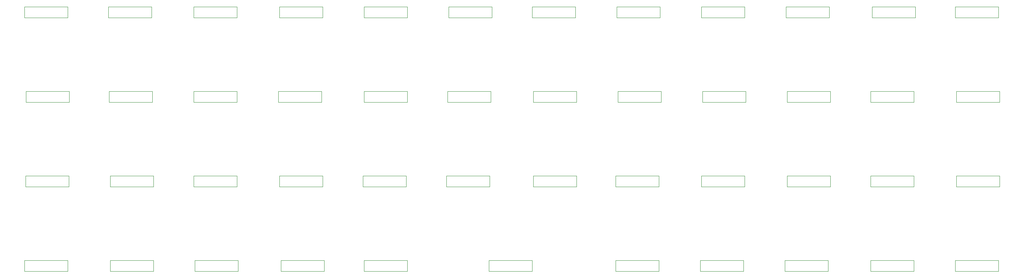
<source format=gbr>
G04 #@! TF.GenerationSoftware,KiCad,Pcbnew,(5.1.10)-1*
G04 #@! TF.CreationDate,2022-01-10T13:30:35-05:00*
G04 #@! TF.ProjectId,40,3430252e-6b69-4636-9164-5f7063625858,rev?*
G04 #@! TF.SameCoordinates,Original*
G04 #@! TF.FileFunction,Other,User*
%FSLAX46Y46*%
G04 Gerber Fmt 4.6, Leading zero omitted, Abs format (unit mm)*
G04 Created by KiCad (PCBNEW (5.1.10)-1) date 2022-01-10 13:30:35*
%MOMM*%
%LPD*%
G01*
G04 APERTURE LIST*
%ADD10C,0.050000*%
G04 APERTURE END LIST*
D10*
X184687500Y-52725000D02*
X184687500Y-55225000D01*
X184687500Y-55225000D02*
X194407500Y-55225000D01*
X194407500Y-55225000D02*
X194407500Y-52725000D01*
X194407500Y-52725000D02*
X184687500Y-52725000D01*
X165637500Y-52725000D02*
X165637500Y-55225000D01*
X165637500Y-55225000D02*
X175357500Y-55225000D01*
X175357500Y-55225000D02*
X175357500Y-52725000D01*
X175357500Y-52725000D02*
X165637500Y-52725000D01*
X146587500Y-52725000D02*
X146587500Y-55225000D01*
X146587500Y-55225000D02*
X156307500Y-55225000D01*
X156307500Y-55225000D02*
X156307500Y-52725000D01*
X156307500Y-52725000D02*
X146587500Y-52725000D01*
X127775000Y-52725000D02*
X127775000Y-55225000D01*
X127775000Y-55225000D02*
X137495000Y-55225000D01*
X137495000Y-55225000D02*
X137495000Y-52725000D01*
X137495000Y-52725000D02*
X127775000Y-52725000D01*
X108725000Y-52725000D02*
X108725000Y-55225000D01*
X108725000Y-55225000D02*
X118445000Y-55225000D01*
X118445000Y-55225000D02*
X118445000Y-52725000D01*
X118445000Y-52725000D02*
X108725000Y-52725000D01*
X89675000Y-52725000D02*
X89675000Y-55225000D01*
X89675000Y-55225000D02*
X99395000Y-55225000D01*
X99395000Y-55225000D02*
X99395000Y-52725000D01*
X99395000Y-52725000D02*
X89675000Y-52725000D01*
X70387500Y-52725000D02*
X70387500Y-55225000D01*
X70387500Y-55225000D02*
X80107500Y-55225000D01*
X80107500Y-55225000D02*
X80107500Y-52725000D01*
X80107500Y-52725000D02*
X70387500Y-52725000D01*
X51175000Y-52725000D02*
X51175000Y-55225000D01*
X51175000Y-55225000D02*
X60895000Y-55225000D01*
X60895000Y-55225000D02*
X60895000Y-52725000D01*
X60895000Y-52725000D02*
X51175000Y-52725000D01*
X32287500Y-52725000D02*
X32287500Y-55225000D01*
X32287500Y-55225000D02*
X42007500Y-55225000D01*
X42007500Y-55225000D02*
X42007500Y-52725000D01*
X42007500Y-52725000D02*
X32287500Y-52725000D01*
X241837500Y-109875000D02*
X241837500Y-112375000D01*
X241837500Y-112375000D02*
X251557500Y-112375000D01*
X251557500Y-112375000D02*
X251557500Y-109875000D01*
X251557500Y-109875000D02*
X241837500Y-109875000D01*
X222787500Y-109875000D02*
X222787500Y-112375000D01*
X222787500Y-112375000D02*
X232507500Y-112375000D01*
X232507500Y-112375000D02*
X232507500Y-109875000D01*
X232507500Y-109875000D02*
X222787500Y-109875000D01*
X203500000Y-109875000D02*
X203500000Y-112375000D01*
X203500000Y-112375000D02*
X213220000Y-112375000D01*
X213220000Y-112375000D02*
X213220000Y-109875000D01*
X213220000Y-109875000D02*
X203500000Y-109875000D01*
X184450000Y-109875000D02*
X184450000Y-112375000D01*
X184450000Y-112375000D02*
X194170000Y-112375000D01*
X194170000Y-112375000D02*
X194170000Y-109875000D01*
X194170000Y-109875000D02*
X184450000Y-109875000D01*
X165400000Y-109875000D02*
X165400000Y-112375000D01*
X165400000Y-112375000D02*
X175120000Y-112375000D01*
X175120000Y-112375000D02*
X175120000Y-109875000D01*
X175120000Y-109875000D02*
X165400000Y-109875000D01*
X136825000Y-109875000D02*
X136825000Y-112375000D01*
X136825000Y-112375000D02*
X146545000Y-112375000D01*
X146545000Y-112375000D02*
X146545000Y-109875000D01*
X146545000Y-109875000D02*
X136825000Y-109875000D01*
X108725000Y-109875000D02*
X108725000Y-112375000D01*
X108725000Y-112375000D02*
X118445000Y-112375000D01*
X118445000Y-112375000D02*
X118445000Y-109875000D01*
X118445000Y-109875000D02*
X108725000Y-109875000D01*
X89993750Y-109875000D02*
X89993750Y-112375000D01*
X89993750Y-112375000D02*
X99713750Y-112375000D01*
X99713750Y-112375000D02*
X99713750Y-109875000D01*
X99713750Y-109875000D02*
X89993750Y-109875000D01*
X70625000Y-109875000D02*
X70625000Y-112375000D01*
X70625000Y-112375000D02*
X80345000Y-112375000D01*
X80345000Y-112375000D02*
X80345000Y-109875000D01*
X80345000Y-109875000D02*
X70625000Y-109875000D01*
X51575000Y-109875000D02*
X51575000Y-112375000D01*
X51575000Y-112375000D02*
X61295000Y-112375000D01*
X61295000Y-112375000D02*
X61295000Y-109875000D01*
X61295000Y-109875000D02*
X51575000Y-109875000D01*
X32287500Y-109875000D02*
X32287500Y-112375000D01*
X32287500Y-112375000D02*
X42007500Y-112375000D01*
X42007500Y-112375000D02*
X42007500Y-109875000D01*
X42007500Y-109875000D02*
X32287500Y-109875000D01*
X242075000Y-90825000D02*
X242075000Y-93325000D01*
X242075000Y-93325000D02*
X251795000Y-93325000D01*
X251795000Y-93325000D02*
X251795000Y-90825000D01*
X251795000Y-90825000D02*
X242075000Y-90825000D01*
X222787500Y-90825000D02*
X222787500Y-93325000D01*
X222787500Y-93325000D02*
X232507500Y-93325000D01*
X232507500Y-93325000D02*
X232507500Y-90825000D01*
X232507500Y-90825000D02*
X222787500Y-90825000D01*
X203975000Y-90825000D02*
X203975000Y-93325000D01*
X203975000Y-93325000D02*
X213695000Y-93325000D01*
X213695000Y-93325000D02*
X213695000Y-90825000D01*
X213695000Y-90825000D02*
X203975000Y-90825000D01*
X184687500Y-90825000D02*
X184687500Y-93325000D01*
X184687500Y-93325000D02*
X194407500Y-93325000D01*
X194407500Y-93325000D02*
X194407500Y-90825000D01*
X194407500Y-90825000D02*
X184687500Y-90825000D01*
X165400000Y-90825000D02*
X165400000Y-93325000D01*
X165400000Y-93325000D02*
X175120000Y-93325000D01*
X175120000Y-93325000D02*
X175120000Y-90825000D01*
X175120000Y-90825000D02*
X165400000Y-90825000D01*
X146825000Y-90825000D02*
X146825000Y-93325000D01*
X146825000Y-93325000D02*
X156545000Y-93325000D01*
X156545000Y-93325000D02*
X156545000Y-90825000D01*
X156545000Y-90825000D02*
X146825000Y-90825000D01*
X127300000Y-90825000D02*
X127300000Y-93325000D01*
X127300000Y-93325000D02*
X137020000Y-93325000D01*
X137020000Y-93325000D02*
X137020000Y-90825000D01*
X137020000Y-90825000D02*
X127300000Y-90825000D01*
X108487500Y-90825000D02*
X108487500Y-93325000D01*
X108487500Y-93325000D02*
X118207500Y-93325000D01*
X118207500Y-93325000D02*
X118207500Y-90825000D01*
X118207500Y-90825000D02*
X108487500Y-90825000D01*
X89675000Y-90825000D02*
X89675000Y-93325000D01*
X89675000Y-93325000D02*
X99395000Y-93325000D01*
X99395000Y-93325000D02*
X99395000Y-90825000D01*
X99395000Y-90825000D02*
X89675000Y-90825000D01*
X70387500Y-90825000D02*
X70387500Y-93325000D01*
X70387500Y-93325000D02*
X80107500Y-93325000D01*
X80107500Y-93325000D02*
X80107500Y-90825000D01*
X80107500Y-90825000D02*
X70387500Y-90825000D01*
X51575000Y-90825000D02*
X51575000Y-93325000D01*
X51575000Y-93325000D02*
X61295000Y-93325000D01*
X61295000Y-93325000D02*
X61295000Y-90825000D01*
X61295000Y-90825000D02*
X51575000Y-90825000D01*
X32525000Y-90825000D02*
X32525000Y-93325000D01*
X32525000Y-93325000D02*
X42245000Y-93325000D01*
X42245000Y-93325000D02*
X42245000Y-90825000D01*
X42245000Y-90825000D02*
X32525000Y-90825000D01*
X242075000Y-71775000D02*
X242075000Y-74275000D01*
X242075000Y-74275000D02*
X251795000Y-74275000D01*
X251795000Y-74275000D02*
X251795000Y-71775000D01*
X251795000Y-71775000D02*
X242075000Y-71775000D01*
X222787500Y-71775000D02*
X222787500Y-74275000D01*
X222787500Y-74275000D02*
X232507500Y-74275000D01*
X232507500Y-74275000D02*
X232507500Y-71775000D01*
X232507500Y-71775000D02*
X222787500Y-71775000D01*
X203975000Y-71775000D02*
X203975000Y-74275000D01*
X203975000Y-74275000D02*
X213695000Y-74275000D01*
X213695000Y-74275000D02*
X213695000Y-71775000D01*
X213695000Y-71775000D02*
X203975000Y-71775000D01*
X184925000Y-71775000D02*
X184925000Y-74275000D01*
X184925000Y-74275000D02*
X194645000Y-74275000D01*
X194645000Y-74275000D02*
X194645000Y-71775000D01*
X194645000Y-71775000D02*
X184925000Y-71775000D01*
X165875000Y-71775000D02*
X165875000Y-74275000D01*
X165875000Y-74275000D02*
X175595000Y-74275000D01*
X175595000Y-74275000D02*
X175595000Y-71775000D01*
X175595000Y-71775000D02*
X165875000Y-71775000D01*
X146825000Y-71775000D02*
X146825000Y-74275000D01*
X146825000Y-74275000D02*
X156545000Y-74275000D01*
X156545000Y-74275000D02*
X156545000Y-71775000D01*
X156545000Y-71775000D02*
X146825000Y-71775000D01*
X127537500Y-71775000D02*
X127537500Y-74275000D01*
X127537500Y-74275000D02*
X137257500Y-74275000D01*
X137257500Y-74275000D02*
X137257500Y-71775000D01*
X137257500Y-71775000D02*
X127537500Y-71775000D01*
X108725000Y-71775000D02*
X108725000Y-74275000D01*
X108725000Y-74275000D02*
X118445000Y-74275000D01*
X118445000Y-74275000D02*
X118445000Y-71775000D01*
X118445000Y-71775000D02*
X108725000Y-71775000D01*
X89437500Y-71775000D02*
X89437500Y-74275000D01*
X89437500Y-74275000D02*
X99157500Y-74275000D01*
X99157500Y-74275000D02*
X99157500Y-71775000D01*
X99157500Y-71775000D02*
X89437500Y-71775000D01*
X70387500Y-71775000D02*
X70387500Y-74275000D01*
X70387500Y-74275000D02*
X80107500Y-74275000D01*
X80107500Y-74275000D02*
X80107500Y-71775000D01*
X80107500Y-71775000D02*
X70387500Y-71775000D01*
X51337500Y-71775000D02*
X51337500Y-74275000D01*
X51337500Y-74275000D02*
X61057500Y-74275000D01*
X61057500Y-74275000D02*
X61057500Y-71775000D01*
X61057500Y-71775000D02*
X51337500Y-71775000D01*
X32605000Y-71775000D02*
X32605000Y-74275000D01*
X32605000Y-74275000D02*
X42325000Y-74275000D01*
X42325000Y-74275000D02*
X42325000Y-71775000D01*
X42325000Y-71775000D02*
X32605000Y-71775000D01*
X241837500Y-52725000D02*
X241837500Y-55225000D01*
X241837500Y-55225000D02*
X251557500Y-55225000D01*
X251557500Y-55225000D02*
X251557500Y-52725000D01*
X251557500Y-52725000D02*
X241837500Y-52725000D01*
X223105000Y-52725000D02*
X223105000Y-55225000D01*
X223105000Y-55225000D02*
X232825000Y-55225000D01*
X232825000Y-55225000D02*
X232825000Y-52725000D01*
X232825000Y-52725000D02*
X223105000Y-52725000D01*
X203737500Y-52725000D02*
X203737500Y-55225000D01*
X203737500Y-55225000D02*
X213457500Y-55225000D01*
X213457500Y-55225000D02*
X213457500Y-52725000D01*
X213457500Y-52725000D02*
X203737500Y-52725000D01*
M02*

</source>
